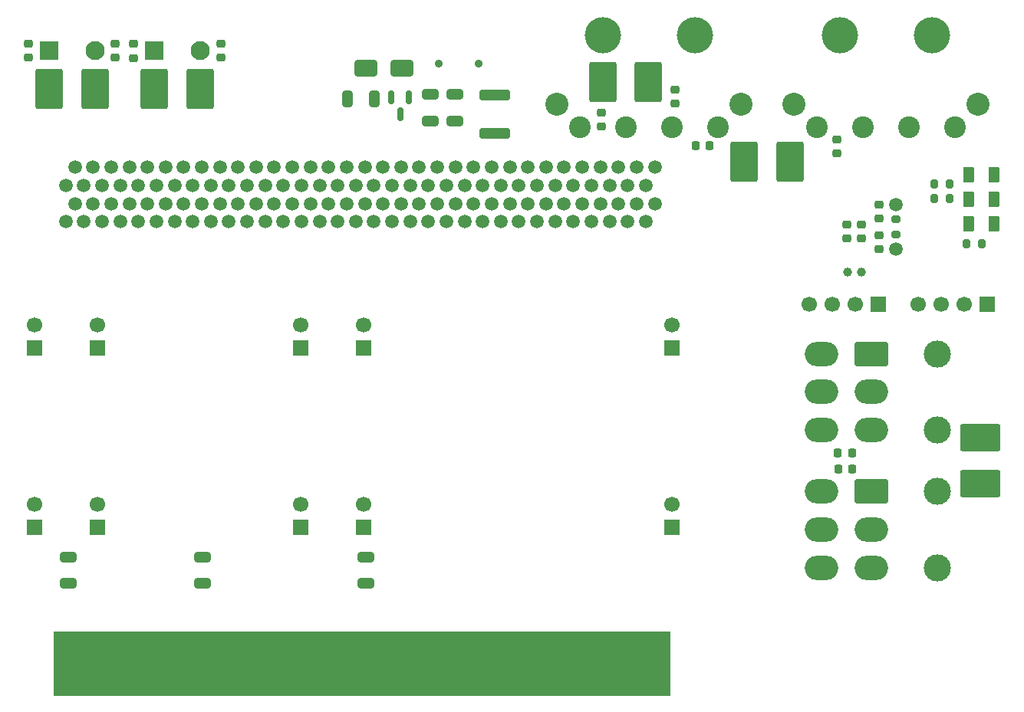
<source format=gbr>
%TF.GenerationSoftware,KiCad,Pcbnew,9.0.1*%
%TF.CreationDate,2025-05-06T20:53:02+02:00*%
%TF.ProjectId,apm,61706d2e-6b69-4636-9164-5f7063625858,rev?*%
%TF.SameCoordinates,Original*%
%TF.FileFunction,Soldermask,Bot*%
%TF.FilePolarity,Negative*%
%FSLAX46Y46*%
G04 Gerber Fmt 4.6, Leading zero omitted, Abs format (unit mm)*
G04 Created by KiCad (PCBNEW 9.0.1) date 2025-05-06 20:53:02*
%MOMM*%
%LPD*%
G01*
G04 APERTURE LIST*
G04 Aperture macros list*
%AMRoundRect*
0 Rectangle with rounded corners*
0 $1 Rounding radius*
0 $2 $3 $4 $5 $6 $7 $8 $9 X,Y pos of 4 corners*
0 Add a 4 corners polygon primitive as box body*
4,1,4,$2,$3,$4,$5,$6,$7,$8,$9,$2,$3,0*
0 Add four circle primitives for the rounded corners*
1,1,$1+$1,$2,$3*
1,1,$1+$1,$4,$5*
1,1,$1+$1,$6,$7*
1,1,$1+$1,$8,$9*
0 Add four rect primitives between the rounded corners*
20,1,$1+$1,$2,$3,$4,$5,0*
20,1,$1+$1,$4,$5,$6,$7,0*
20,1,$1+$1,$6,$7,$8,$9,0*
20,1,$1+$1,$8,$9,$2,$3,0*%
%AMFreePoly0*
4,1,27,0.300191,4.550462,0.300462,4.550191,0.300500,4.550000,0.300500,1.310500,0.545000,1.310500,0.545191,1.310462,0.545462,1.310191,0.545500,1.310000,0.545500,-1.310000,0.545462,-1.310191,0.545191,-1.310462,0.545000,-1.310500,-0.545000,-1.310500,-0.545191,-1.310462,-0.545462,-1.310191,-0.545500,-1.310000,-0.545500,1.310000,-0.545462,1.310191,-0.545191,1.310462,-0.545000,1.310500,
-0.300500,1.310500,-0.300500,4.550000,-0.300462,4.550191,-0.300191,4.550462,-0.300000,4.550500,0.300000,4.550500,0.300191,4.550462,0.300191,4.550462,$1*%
%AMFreePoly1*
4,1,27,0.545019,1.545046,0.545046,1.545019,0.545050,1.545000,0.545050,-1.545000,0.545046,-1.545019,0.545019,-1.545046,0.545000,-1.545050,0.300500,-1.545050,0.300500,-4.315000,0.300462,-4.315191,0.300191,-4.315462,0.300000,-4.315500,-0.300000,-4.315500,-0.300191,-4.315462,-0.300462,-4.315191,-0.300500,-4.315000,-0.300500,-1.545050,-0.545000,-1.545050,-0.545019,-1.545046,-0.545046,-1.545019,
-0.545050,-1.545000,-0.545050,1.545000,-0.545046,1.545019,-0.545019,1.545046,-0.545000,1.545050,0.545000,1.545050,0.545019,1.545046,0.545019,1.545046,$1*%
G04 Aperture macros list end*
%ADD10C,0.010000*%
%ADD11C,1.000000*%
%ADD12RoundRect,0.250001X-0.799999X-0.799999X0.799999X-0.799999X0.799999X0.799999X-0.799999X0.799999X0*%
%ADD13C,2.100000*%
%ADD14C,2.540000*%
%ADD15C,4.000000*%
%ADD16C,2.400000*%
%ADD17R,1.700000X1.700000*%
%ADD18C,1.700000*%
%ADD19C,1.520000*%
%ADD20C,3.000000*%
%ADD21RoundRect,0.250001X-1.599999X1.099999X-1.599999X-1.099999X1.599999X-1.099999X1.599999X1.099999X0*%
%ADD22O,3.700000X2.700000*%
%ADD23C,1.500000*%
%ADD24FreePoly0,0.000000*%
%ADD25FreePoly1,0.000000*%
%ADD26C,0.900000*%
%ADD27RoundRect,0.200000X0.275000X-0.200000X0.275000X0.200000X-0.275000X0.200000X-0.275000X-0.200000X0*%
%ADD28RoundRect,0.250001X-1.262499X-1.974999X1.262499X-1.974999X1.262499X1.974999X-1.262499X1.974999X0*%
%ADD29RoundRect,0.225000X0.250000X-0.225000X0.250000X0.225000X-0.250000X0.225000X-0.250000X-0.225000X0*%
%ADD30RoundRect,0.150000X-0.150000X0.587500X-0.150000X-0.587500X0.150000X-0.587500X0.150000X0.587500X0*%
%ADD31RoundRect,0.200000X-0.200000X-0.275000X0.200000X-0.275000X0.200000X0.275000X-0.200000X0.275000X0*%
%ADD32RoundRect,0.250000X0.650000X-0.325000X0.650000X0.325000X-0.650000X0.325000X-0.650000X-0.325000X0*%
%ADD33RoundRect,0.225000X-0.250000X0.225000X-0.250000X-0.225000X0.250000X-0.225000X0.250000X0.225000X0*%
%ADD34RoundRect,0.250000X-0.325000X-0.650000X0.325000X-0.650000X0.325000X0.650000X-0.325000X0.650000X0*%
%ADD35RoundRect,0.250000X0.375000X0.625000X-0.375000X0.625000X-0.375000X-0.625000X0.375000X-0.625000X0*%
%ADD36RoundRect,0.225000X0.225000X0.250000X-0.225000X0.250000X-0.225000X-0.250000X0.225000X-0.250000X0*%
%ADD37RoundRect,0.250001X1.974999X-1.262499X1.974999X1.262499X-1.974999X1.262499X-1.974999X-1.262499X0*%
%ADD38RoundRect,0.200000X0.200000X0.275000X-0.200000X0.275000X-0.200000X-0.275000X0.200000X-0.275000X0*%
%ADD39RoundRect,0.250000X-0.650000X0.325000X-0.650000X-0.325000X0.650000X-0.325000X0.650000X0.325000X0*%
%ADD40RoundRect,0.250000X1.000000X0.650000X-1.000000X0.650000X-1.000000X-0.650000X1.000000X-0.650000X0*%
%ADD41RoundRect,0.250000X-1.450000X0.312500X-1.450000X-0.312500X1.450000X-0.312500X1.450000X0.312500X0*%
G04 APERTURE END LIST*
D10*
%TO.C,J201*%
X151475000Y-111080000D02*
X83475000Y-111080000D01*
X83475000Y-104050000D01*
X151475000Y-104050000D01*
X151475000Y-111080000D01*
G36*
X151475000Y-111080000D02*
G01*
X83475000Y-111080000D01*
X83475000Y-104050000D01*
X151475000Y-104050000D01*
X151475000Y-111080000D01*
G37*
%TD*%
D11*
%TO.C,Y502*%
X172600000Y-64400000D03*
X171100000Y-64400000D03*
%TD*%
D12*
%TO.C,J306*%
X94520000Y-39900000D03*
D13*
X99600000Y-39900000D03*
%TD*%
D14*
%TO.C,J304*%
X165200000Y-45800000D03*
D15*
X170280000Y-38180000D03*
X180440000Y-38180000D03*
D14*
X185520000Y-45800000D03*
D16*
X182980000Y-48340000D03*
X177900000Y-48340000D03*
X172820000Y-48340000D03*
X167740000Y-48340000D03*
%TD*%
D17*
%TO.C,J502*%
X186480000Y-67900000D03*
D18*
X183940000Y-67900000D03*
X181400000Y-67900000D03*
X178860000Y-67900000D03*
%TD*%
D19*
%TO.C,J202*%
X84800000Y-54800000D03*
X85800000Y-52800000D03*
X86800000Y-54800000D03*
X87800000Y-52800000D03*
X88800000Y-54800000D03*
X89800000Y-52800000D03*
X90800000Y-54800000D03*
X91800000Y-52800000D03*
X92800000Y-54800000D03*
X93800000Y-52800000D03*
X94800000Y-54800000D03*
X95800000Y-52800000D03*
X96800000Y-54800000D03*
X97800000Y-52800000D03*
X98800000Y-54800000D03*
X99800000Y-52800000D03*
X100800000Y-54800000D03*
X101800000Y-52800000D03*
X102800000Y-54800000D03*
X103800000Y-52800000D03*
X104800000Y-54800000D03*
X105800000Y-52800000D03*
X106800000Y-54800000D03*
X107800000Y-52800000D03*
X108800000Y-54800000D03*
X109800000Y-52800000D03*
X110800000Y-54800000D03*
X111800000Y-52800000D03*
X112800000Y-54800000D03*
X113800000Y-52800000D03*
X114800000Y-54800000D03*
X115800000Y-52800000D03*
X116800000Y-54800000D03*
X117800000Y-52800000D03*
X118800000Y-54800000D03*
X119800000Y-52800000D03*
X120800000Y-54800000D03*
X121800000Y-52800000D03*
X122800000Y-54800000D03*
X123800000Y-52800000D03*
X124800000Y-54800000D03*
X125800000Y-52800000D03*
X126800000Y-54800000D03*
X127800000Y-52800000D03*
X128800000Y-54800000D03*
X129800000Y-52800000D03*
X130800000Y-54800000D03*
X131800000Y-52800000D03*
X132800000Y-54800000D03*
X133800000Y-52800000D03*
X134800000Y-54800000D03*
X135800000Y-52800000D03*
X136800000Y-54800000D03*
X137800000Y-52800000D03*
X138800000Y-54800000D03*
X139800000Y-52800000D03*
X140800000Y-54800000D03*
X141800000Y-52800000D03*
X142800000Y-54800000D03*
X143800000Y-52800000D03*
X144800000Y-54800000D03*
X145800000Y-52800000D03*
X146800000Y-54800000D03*
X147800000Y-52800000D03*
X148800000Y-54800000D03*
X149800000Y-52800000D03*
X84800000Y-58800000D03*
X85800000Y-56800000D03*
X86800000Y-58800000D03*
X87800000Y-56800000D03*
X88800000Y-58800000D03*
X89800000Y-56800000D03*
X90800000Y-58800000D03*
X91800000Y-56800000D03*
X92800000Y-58800000D03*
X93800000Y-56800000D03*
X94800000Y-58800000D03*
X95800000Y-56800000D03*
X96800000Y-58800000D03*
X97800000Y-56800000D03*
X98800000Y-58800000D03*
X99800000Y-56800000D03*
X100800000Y-58800000D03*
X101800000Y-56800000D03*
X102800000Y-58800000D03*
X103800000Y-56800000D03*
X104800000Y-58800000D03*
X105800000Y-56800000D03*
X106800000Y-58800000D03*
X107800000Y-56800000D03*
X108800000Y-58800000D03*
X109800000Y-56800000D03*
X110800000Y-58800000D03*
X111800000Y-56800000D03*
X112800000Y-58800000D03*
X113800000Y-56800000D03*
X114800000Y-58800000D03*
X115800000Y-56800000D03*
X116800000Y-58800000D03*
X117800000Y-56800000D03*
X118800000Y-58800000D03*
X119800000Y-56800000D03*
X120800000Y-58800000D03*
X121800000Y-56800000D03*
X122800000Y-58800000D03*
X123800000Y-56800000D03*
X124800000Y-58800000D03*
X125800000Y-56800000D03*
X126800000Y-58800000D03*
X127800000Y-56800000D03*
X128800000Y-58800000D03*
X129800000Y-56800000D03*
X130800000Y-58800000D03*
X131800000Y-56800000D03*
X132800000Y-58800000D03*
X133800000Y-56800000D03*
X134800000Y-58800000D03*
X135800000Y-56800000D03*
X136800000Y-58800000D03*
X137800000Y-56800000D03*
X138800000Y-58800000D03*
X139800000Y-56800000D03*
X140800000Y-58800000D03*
X141800000Y-56800000D03*
X142800000Y-58800000D03*
X143800000Y-56800000D03*
X144800000Y-58800000D03*
X145800000Y-56800000D03*
X146800000Y-58800000D03*
X147800000Y-56800000D03*
X148800000Y-58800000D03*
X149800000Y-56800000D03*
%TD*%
D12*
%TO.C,J305*%
X82920000Y-39900000D03*
D13*
X88000000Y-39900000D03*
%TD*%
D20*
%TO.C,J302*%
X181000000Y-73400000D03*
X181000000Y-81800000D03*
D21*
X173700000Y-73400000D03*
D22*
X173700000Y-77600000D03*
X173700000Y-81800000D03*
X168200000Y-73400000D03*
X168200000Y-77600000D03*
X168200000Y-81800000D03*
%TD*%
D23*
%TO.C,Y501*%
X176400000Y-56950000D03*
X176400000Y-61830000D03*
%TD*%
D24*
%TO.C,J201*%
X85070000Y-108605000D03*
D25*
X86065000Y-105600000D03*
D24*
X87060000Y-108605000D03*
D25*
X88055000Y-105600000D03*
D24*
X89050000Y-108605000D03*
D25*
X90045000Y-105600000D03*
D24*
X91040000Y-108605000D03*
D25*
X92035000Y-105600000D03*
D24*
X93030000Y-108605000D03*
D25*
X94025000Y-105600000D03*
D24*
X95020000Y-108605000D03*
D25*
X96015000Y-105600000D03*
D24*
X97010000Y-108605000D03*
D25*
X98005000Y-105600000D03*
D24*
X99000000Y-108605000D03*
D25*
X99995000Y-105600000D03*
D24*
X100990000Y-108605000D03*
D25*
X101985000Y-105600000D03*
D24*
X102980000Y-108605000D03*
D25*
X103975000Y-105600000D03*
D24*
X104970000Y-108605000D03*
D25*
X109945000Y-105600000D03*
D24*
X110940000Y-108605000D03*
D25*
X111935000Y-105600000D03*
D24*
X112930000Y-108605000D03*
D25*
X113925000Y-105600000D03*
D24*
X114920000Y-108605000D03*
D25*
X115915000Y-105600000D03*
D24*
X116910000Y-108605000D03*
D25*
X117905000Y-105600000D03*
D24*
X118900000Y-108605000D03*
D25*
X119895000Y-105600000D03*
D24*
X120890000Y-108605000D03*
D25*
X121885000Y-105600000D03*
D24*
X122880000Y-108605000D03*
D25*
X123875000Y-105600000D03*
D24*
X124870000Y-108605000D03*
D25*
X129845000Y-105600000D03*
D24*
X130840000Y-108605000D03*
D25*
X131835000Y-105600000D03*
D24*
X132830000Y-108605000D03*
D25*
X133825000Y-105600000D03*
D24*
X134820000Y-108605000D03*
D25*
X135815000Y-105600000D03*
D24*
X136810000Y-108605000D03*
D25*
X137805000Y-105600000D03*
D24*
X138800000Y-108605000D03*
D25*
X139795000Y-105600000D03*
D24*
X140790000Y-108605000D03*
D25*
X141785000Y-105600000D03*
D24*
X142780000Y-108605000D03*
D25*
X143775000Y-105600000D03*
D24*
X144770000Y-108605000D03*
D25*
X145765000Y-105600000D03*
D24*
X146760000Y-108605000D03*
D25*
X147755000Y-105600000D03*
D24*
X148750000Y-108605000D03*
D25*
X149745000Y-105600000D03*
%TD*%
D14*
%TO.C,J303*%
X138980000Y-45800000D03*
D15*
X144060000Y-38180000D03*
X154220000Y-38180000D03*
D14*
X159300000Y-45800000D03*
D16*
X156760000Y-48340000D03*
X151680000Y-48340000D03*
X146600000Y-48340000D03*
X141520000Y-48340000D03*
%TD*%
D17*
%TO.C,J503*%
X174480000Y-67900000D03*
D18*
X171940000Y-67900000D03*
X169400000Y-67900000D03*
X166860000Y-67900000D03*
%TD*%
D20*
%TO.C,J301*%
X181000000Y-88600000D03*
X181000000Y-97000000D03*
D21*
X173700000Y-88600000D03*
D22*
X173700000Y-92800000D03*
X173700000Y-97000000D03*
X168200000Y-88600000D03*
X168200000Y-92800000D03*
X168200000Y-97000000D03*
%TD*%
D26*
%TO.C,J501*%
X130325000Y-41325000D03*
X125925000Y-41325000D03*
%TD*%
D27*
%TO.C,R503*%
X176400000Y-60200000D03*
X176400000Y-58550000D03*
%TD*%
D17*
%TO.C,J205*%
X117700000Y-72775000D03*
D18*
X117700000Y-70235000D03*
%TD*%
D28*
%TO.C,R408*%
X159687500Y-52200000D03*
X164712500Y-52200000D03*
%TD*%
%TO.C,R401*%
X82975000Y-44100000D03*
X88000000Y-44100000D03*
%TD*%
D17*
%TO.C,J204*%
X110700000Y-72775000D03*
D18*
X110700000Y-70235000D03*
%TD*%
D29*
%TO.C,C510*%
X171000000Y-60675000D03*
X171000000Y-59125000D03*
%TD*%
D30*
%TO.C,U501*%
X120750000Y-45062500D03*
X122650000Y-45062500D03*
X121700000Y-46937500D03*
%TD*%
D29*
%TO.C,C308*%
X90200000Y-40675000D03*
X90200000Y-39125000D03*
%TD*%
D31*
%TO.C,R509*%
X180675000Y-56200000D03*
X182325000Y-56200000D03*
%TD*%
D17*
%TO.C,J208*%
X81300000Y-92575000D03*
D18*
X81300000Y-90035000D03*
%TD*%
D32*
%TO.C,C201*%
X85100000Y-98775000D03*
X85100000Y-95825000D03*
%TD*%
D17*
%TO.C,J209*%
X110700000Y-92575000D03*
D18*
X110700000Y-90035000D03*
%TD*%
D32*
%TO.C,C206*%
X117900000Y-98775000D03*
X117900000Y-95825000D03*
%TD*%
D31*
%TO.C,R510*%
X180675000Y-54600000D03*
X182325000Y-54600000D03*
%TD*%
D33*
%TO.C,C305*%
X143900000Y-46725000D03*
X143900000Y-48275000D03*
%TD*%
D29*
%TO.C,C511*%
X172600000Y-60675000D03*
X172600000Y-59125000D03*
%TD*%
%TO.C,C509*%
X174600000Y-61850000D03*
X174600000Y-60300000D03*
%TD*%
%TO.C,C304*%
X169900000Y-51275000D03*
X169900000Y-49725000D03*
%TD*%
D34*
%TO.C,C502*%
X115925000Y-45200000D03*
X118875000Y-45200000D03*
%TD*%
D35*
%TO.C,D506*%
X187300000Y-53600000D03*
X184500000Y-53600000D03*
%TD*%
D36*
%TO.C,C303*%
X155875000Y-50400000D03*
X154325000Y-50400000D03*
%TD*%
D17*
%TO.C,J206*%
X88300000Y-72775000D03*
D18*
X88300000Y-70235000D03*
%TD*%
D17*
%TO.C,J210*%
X117700000Y-92575000D03*
D18*
X117700000Y-90035000D03*
%TD*%
D37*
%TO.C,R407*%
X185700000Y-87712500D03*
X185700000Y-82687500D03*
%TD*%
D17*
%TO.C,J203*%
X81300000Y-72775000D03*
D18*
X81300000Y-70235000D03*
%TD*%
D35*
%TO.C,D505*%
X187300000Y-56300000D03*
X184500000Y-56300000D03*
%TD*%
D28*
%TO.C,R409*%
X144087500Y-43400000D03*
X149112500Y-43400000D03*
%TD*%
D17*
%TO.C,J207*%
X151700000Y-72775000D03*
D18*
X151700000Y-70235000D03*
%TD*%
D36*
%TO.C,C302*%
X171575000Y-84300000D03*
X170025000Y-84300000D03*
%TD*%
D32*
%TO.C,C205*%
X99900000Y-98775000D03*
X99900000Y-95825000D03*
%TD*%
D38*
%TO.C,R508*%
X185900000Y-61200000D03*
X184250000Y-61200000D03*
%TD*%
D29*
%TO.C,C307*%
X80700000Y-40675000D03*
X80700000Y-39125000D03*
%TD*%
D28*
%TO.C,R402*%
X94587500Y-44100000D03*
X99612500Y-44100000D03*
%TD*%
D29*
%TO.C,C310*%
X101900000Y-40675000D03*
X101900000Y-39125000D03*
%TD*%
D35*
%TO.C,D504*%
X187300000Y-59000000D03*
X184500000Y-59000000D03*
%TD*%
D39*
%TO.C,C503*%
X125000000Y-44725000D03*
X125000000Y-47675000D03*
%TD*%
D17*
%TO.C,J211*%
X88300000Y-92575000D03*
D18*
X88300000Y-90035000D03*
%TD*%
D40*
%TO.C,D502*%
X121900000Y-41800000D03*
X117900000Y-41800000D03*
%TD*%
D33*
%TO.C,C508*%
X174600000Y-56925000D03*
X174600000Y-58475000D03*
%TD*%
D41*
%TO.C,F501*%
X132100000Y-44762500D03*
X132100000Y-49037500D03*
%TD*%
D39*
%TO.C,C501*%
X127700000Y-44725000D03*
X127700000Y-47675000D03*
%TD*%
D17*
%TO.C,J212*%
X151700000Y-92575000D03*
D18*
X151700000Y-90035000D03*
%TD*%
D33*
%TO.C,C306*%
X152000000Y-44225000D03*
X152000000Y-45775000D03*
%TD*%
D36*
%TO.C,C301*%
X171600000Y-86100000D03*
X170050000Y-86100000D03*
%TD*%
D29*
%TO.C,C309*%
X92300000Y-40700000D03*
X92300000Y-39150000D03*
%TD*%
M02*

</source>
